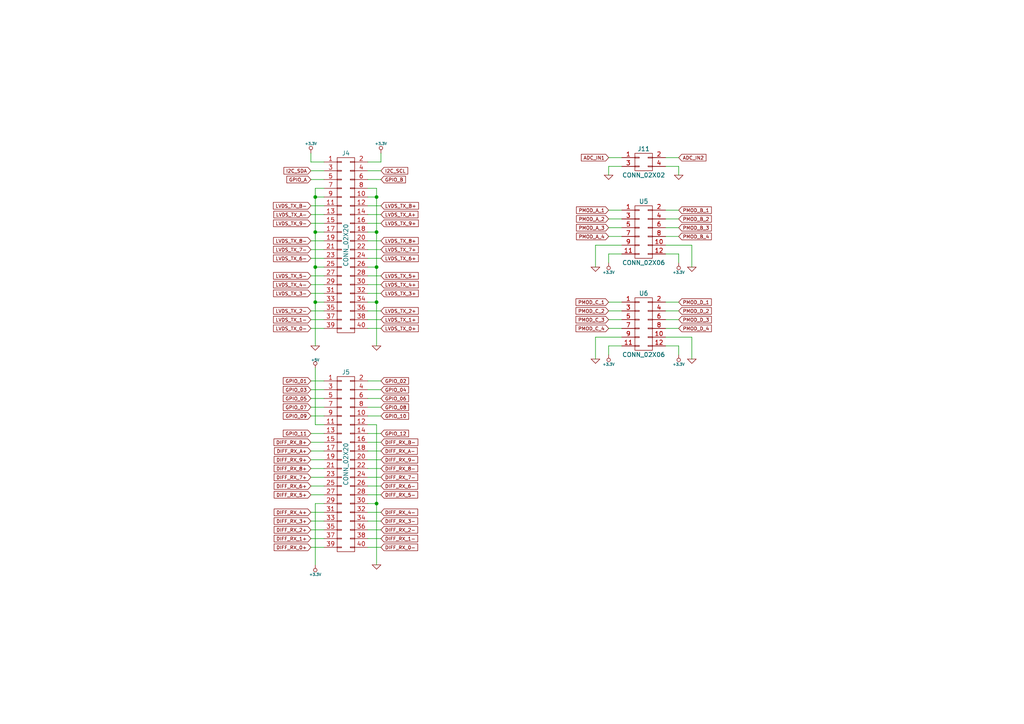
<source format=kicad_sch>
(kicad_sch (version 20230121) (generator eeschema)
  (paper "A4")
  (title_block (title "BeMicro Max 10") (date "30 Jan 2015"))
  (lib_symbols
    (symbol "max10_template-rescue:+3.3V" (power) (pin_names (offset 0))
      (property "Value" "+3.3V" (at 0 2.794 0))
      (symbol "+3.3V_0_0"
        (pin power_in line (at 0 0 90) (length 0) hide (name "+3.3V") (number "1"))
      )
      (symbol "+3.3V_0_1"
        (polyline (pts (xy 0 0) (xy 0 1.016) (xy 0 1.016)))
        (circle (center 0 1.524) (radius 0.508))
      )
    )
    (symbol "max10_template-rescue:+5V" (power) (pin_names (offset 1.016))
      (property "Value" "+5V" (at 0 2.286 0))
      (symbol "+5V_0_0"
        (pin power_in line (at 0 0 90) (length 0) hide (name "+5V") (number "1"))
      )
      (symbol "+5V_0_1"
        (polyline (pts (xy 0 0) (xy 0 0.762) (xy 0 0.762) (xy 0 0.762)))
        (circle (center 0 1.27) (radius 0.508))
      )
    )
    (symbol "max10_template-rescue:CONN_02X02" (pin_names (offset 0.0254) hide)
      (property "Reference" "P" (at 0 3.81 0))
      (property "Value" "CONN_02X02" (at 0 -3.81 0))
      (symbol "CONN_02X02_0_1"
        (rectangle (start -2.54 -1.143) (end -1.27 -1.397))
        (rectangle (start -2.54 1.397) (end -1.27 1.143))
        (rectangle (start -2.54 2.54) (end 2.54 -2.54))
        (rectangle (start 1.27 -1.143) (end 2.54 -1.397))
        (rectangle (start 1.27 1.397) (end 2.54 1.143))
      )
      (symbol "CONN_02X02_1_1"
        (pin passive line (at -6.35 1.27 0) (length 3.81) (name "P1") (number "1"))
        (pin passive line (at 6.35 1.27 180) (length 3.81) (name "P2") (number "2"))
        (pin passive line (at -6.35 -1.27 0) (length 3.81) (name "P3") (number "3"))
        (pin passive line (at 6.35 -1.27 180) (length 3.81) (name "P4") (number "4"))
      )
    )
    (symbol "max10_template-rescue:CONN_02X06" (pin_names (offset 0.0254) hide)
      (property "Reference" "P" (at 0 8.89 0))
      (property "Value" "CONN_02X06" (at 0 -8.89 0))
      (symbol "CONN_02X06_0_1"
        (rectangle (start -2.54 -6.223) (end -1.27 -6.477))
        (rectangle (start -2.54 -3.683) (end -1.27 -3.937))
        (rectangle (start -2.54 -1.143) (end -1.27 -1.397))
        (rectangle (start -2.54 1.397) (end -1.27 1.143))
        (rectangle (start -2.54 3.937) (end -1.27 3.683))
        (rectangle (start -2.54 6.477) (end -1.27 6.223))
        (rectangle (start -2.54 7.62) (end 2.54 -7.62))
        (rectangle (start 1.27 -6.223) (end 2.54 -6.477))
        (rectangle (start 1.27 -3.683) (end 2.54 -3.937))
        (rectangle (start 1.27 -1.143) (end 2.54 -1.397))
        (rectangle (start 1.27 1.397) (end 2.54 1.143))
        (rectangle (start 1.27 3.937) (end 2.54 3.683))
        (rectangle (start 1.27 6.477) (end 2.54 6.223))
      )
      (symbol "CONN_02X06_1_1"
        (pin passive line (at -6.35 6.35 0) (length 3.81) (name "P1") (number "1"))
        (pin passive line (at 6.35 -3.81 180) (length 3.81) (name "P10") (number "10"))
        (pin passive line (at -6.35 -6.35 0) (length 3.81) (name "P11") (number "11"))
        (pin passive line (at 6.35 -6.35 180) (length 3.81) (name "P12") (number "12"))
        (pin passive line (at 6.35 6.35 180) (length 3.81) (name "P2") (number "2"))
        (pin passive line (at -6.35 3.81 0) (length 3.81) (name "P3") (number "3"))
        (pin passive line (at 6.35 3.81 180) (length 3.81) (name "P4") (number "4"))
        (pin passive line (at -6.35 1.27 0) (length 3.81) (name "P5") (number "5"))
        (pin passive line (at 6.35 1.27 180) (length 3.81) (name "P6") (number "6"))
        (pin passive line (at -6.35 -1.27 0) (length 3.81) (name "P7") (number "7"))
        (pin passive line (at 6.35 -1.27 180) (length 3.81) (name "P8") (number "8"))
        (pin passive line (at -6.35 -3.81 0) (length 3.81) (name "P9") (number "9"))
      )
    )
    (symbol "max10_template-rescue:CONN_02X20" (pin_names (offset 0.0254) hide)
      (property "Reference" "P" (at 0 26.67 0))
      (property "Value" "CONN_02X20" (at 0 0 90))
      (symbol "CONN_02X20_0_1"
        (rectangle (start -2.54 -24.003) (end -1.27 -24.257))
        (rectangle (start -2.54 -21.463) (end -1.27 -21.717))
        (rectangle (start -2.54 -18.923) (end -1.27 -19.177))
        (rectangle (start -2.54 -16.383) (end -1.27 -16.637))
        (rectangle (start -2.54 -13.843) (end -1.27 -14.097))
        (rectangle (start -2.54 -11.303) (end -1.27 -11.557))
        (rectangle (start -2.54 -8.763) (end -1.27 -9.017))
        (rectangle (start -2.54 -6.223) (end -1.27 -6.477))
        (rectangle (start -2.54 -3.683) (end -1.27 -3.937))
        (rectangle (start -2.54 -1.143) (end -1.27 -1.397))
        (rectangle (start -2.54 1.397) (end -1.27 1.143))
        (rectangle (start -2.54 3.937) (end -1.27 3.683))
        (rectangle (start -2.54 6.477) (end -1.27 6.223))
        (rectangle (start -2.54 9.017) (end -1.27 8.763))
        (rectangle (start -2.54 11.557) (end -1.27 11.303))
        (rectangle (start -2.54 14.097) (end -1.27 13.843))
        (rectangle (start -2.54 16.637) (end -1.27 16.383))
        (rectangle (start -2.54 19.177) (end -1.27 18.923))
        (rectangle (start -2.54 21.717) (end -1.27 21.463))
        (rectangle (start -2.54 24.257) (end -1.27 24.003))
        (rectangle (start -2.54 25.4) (end 2.54 -25.4))
        (rectangle (start 1.27 -24.003) (end 2.54 -24.257))
        (rectangle (start 1.27 -21.463) (end 2.54 -21.717))
        (rectangle (start 1.27 -18.923) (end 2.54 -19.177))
        (rectangle (start 1.27 -16.383) (end 2.54 -16.637))
        (rectangle (start 1.27 -13.843) (end 2.54 -14.097))
        (rectangle (start 1.27 -11.303) (end 2.54 -11.557))
        (rectangle (start 1.27 -8.763) (end 2.54 -9.017))
        (rectangle (start 1.27 -6.223) (end 2.54 -6.477))
        (rectangle (start 1.27 -3.683) (end 2.54 -3.937))
        (rectangle (start 1.27 -1.143) (end 2.54 -1.397))
        (rectangle (start 1.27 1.397) (end 2.54 1.143))
        (rectangle (start 1.27 3.937) (end 2.54 3.683))
        (rectangle (start 1.27 6.477) (end 2.54 6.223))
        (rectangle (start 1.27 9.017) (end 2.54 8.763))
        (rectangle (start 1.27 11.557) (end 2.54 11.303))
        (rectangle (start 1.27 14.097) (end 2.54 13.843))
        (rectangle (start 1.27 16.637) (end 2.54 16.383))
        (rectangle (start 1.27 19.177) (end 2.54 18.923))
        (rectangle (start 1.27 21.717) (end 2.54 21.463))
        (rectangle (start 1.27 24.257) (end 2.54 24.003))
      )
      (symbol "CONN_02X20_1_1"
        (pin passive line (at -6.35 24.13 0) (length 3.81) (name "P1") (number "1"))
        (pin passive line (at 6.35 13.97 180) (length 3.81) (name "P10") (number "10"))
        (pin passive line (at -6.35 11.43 0) (length 3.81) (name "P11") (number "11"))
        (pin passive line (at 6.35 11.43 180) (length 3.81) (name "P12") (number "12"))
        (pin passive line (at -6.35 8.89 0) (length 3.81) (name "P13") (number "13"))
        (pin passive line (at 6.35 8.89 180) (length 3.81) (name "P14") (number "14"))
        (pin passive line (at -6.35 6.35 0) (length 3.81) (name "P15") (number "15"))
        (pin passive line (at 6.35 6.35 180) (length 3.81) (name "P16") (number "16"))
        (pin passive line (at -6.35 3.81 0) (length 3.81) (name "P17") (number "17"))
        (pin passive line (at 6.35 3.81 180) (length 3.81) (name "P18") (number "18"))
        (pin passive line (at -6.35 1.27 0) (length 3.81) (name "P19") (number "19"))
        (pin passive line (at 6.35 24.13 180) (length 3.81) (name "P2") (number "2"))
        (pin passive line (at 6.35 1.27 180) (length 3.81) (name "P20") (number "20"))
        (pin passive line (at -6.35 -1.27 0) (length 3.81) (name "P21") (number "21"))
        (pin passive line (at 6.35 -1.27 180) (length 3.81) (name "P22") (number "22"))
        (pin passive line (at -6.35 -3.81 0) (length 3.81) (name "P23") (number "23"))
        (pin passive line (at 6.35 -3.81 180) (length 3.81) (name "P24") (number "24"))
        (pin passive line (at -6.35 -6.35 0) (length 3.81) (name "P25") (number "25"))
        (pin passive line (at 6.35 -6.35 180) (length 3.81) (name "P26") (number "26"))
        (pin passive line (at -6.35 -8.89 0) (length 3.81) (name "P27") (number "27"))
        (pin passive line (at 6.35 -8.89 180) (length 3.81) (name "P28") (number "28"))
        (pin passive line (at -6.35 -11.43 0) (length 3.81) (name "P29") (number "29"))
        (pin passive line (at -6.35 21.59 0) (length 3.81) (name "P3") (number "3"))
        (pin passive line (at 6.35 -11.43 180) (length 3.81) (name "P30") (number "30"))
        (pin passive line (at -6.35 -13.97 0) (length 3.81) (name "P31") (number "31"))
        (pin passive line (at 6.35 -13.97 180) (length 3.81) (name "P32") (number "32"))
        (pin passive line (at -6.35 -16.51 0) (length 3.81) (name "P33") (number "33"))
        (pin passive line (at 6.35 -16.51 180) (length 3.81) (name "P34") (number "34"))
        (pin passive line (at -6.35 -19.05 0) (length 3.81) (name "P35") (number "35"))
        (pin passive line (at 6.35 -19.05 180) (length 3.81) (name "P36") (number "36"))
        (pin passive line (at -6.35 -21.59 0) (length 3.81) (name "P37") (number "37"))
        (pin passive line (at 6.35 -21.59 180) (length 3.81) (name "P38") (number "38"))
        (pin passive line (at -6.35 -24.13 0) (length 3.81) (name "P39") (number "39"))
        (pin passive line (at 6.35 21.59 180) (length 3.81) (name "P4") (number "4"))
        (pin passive line (at 6.35 -24.13 180) (length 3.81) (name "P40") (number "40"))
        (pin passive line (at -6.35 19.05 0) (length 3.81) (name "P5") (number "5"))
        (pin passive line (at 6.35 19.05 180) (length 3.81) (name "P6") (number "6"))
        (pin passive line (at -6.35 16.51 0) (length 3.81) (name "P7") (number "7"))
        (pin passive line (at 6.35 16.51 180) (length 3.81) (name "P8") (number "8"))
        (pin passive line (at -6.35 13.97 0) (length 3.81) (name "P9") (number "9"))
      )
    )
    (symbol "max10_template-rescue:GND" (power) (pin_names (offset 0))
      (symbol "GND_0_1"
        (polyline (pts (xy -1.27 0) (xy 0 -1.27) (xy 1.27 0) (xy -1.27 0)))
      )
      (symbol "GND_1_1"
        (pin power_in line (at 0 0 90) (length 0) hide (name "GND") (number "1"))
      )
    )
  )
  (junction (at 109.22 77.47))
  (junction (at 109.22 146.05))
  (junction (at 91.44 57.15))
  (junction (at 91.44 67.31))
  (junction (at 91.44 87.63))
  (junction (at 109.22 67.31))
  (junction (at 109.22 57.15))
  (junction (at 109.22 87.63))
  (junction (at 91.44 77.47))
  (wire (pts (xy 93.98 120.65) (xy 90.17 120.65)))
  (wire (pts (xy 109.22 67.31) (xy 109.22 77.47)))
  (wire (pts (xy 106.68 115.57) (xy 110.49 115.57)))
  (wire (pts (xy 106.68 110.49) (xy 110.49 110.49)))
  (wire (pts (xy 90.17 135.89) (xy 93.98 135.89)))
  (wire (pts (xy 110.49 46.99) (xy 110.49 44.45)))
  (wire (pts (xy 91.44 57.15) (xy 91.44 67.31)))
  (wire (pts (xy 176.53 90.17) (xy 180.34 90.17)))
  (wire (pts (xy 106.68 87.63) (xy 109.22 87.63)))
  (wire (pts (xy 109.22 77.47) (xy 109.22 87.63)))
  (wire (pts (xy 172.72 97.79) (xy 172.72 104.14)))
  (wire (pts (xy 90.17 153.67) (xy 93.98 153.67)))
  (wire (pts (xy 176.53 45.72) (xy 180.34 45.72)))
  (wire (pts (xy 106.68 52.07) (xy 110.49 52.07)))
  (wire (pts (xy 180.34 92.71) (xy 176.53 92.71)))
  (wire (pts (xy 93.98 46.99) (xy 90.17 46.99)))
  (wire (pts (xy 90.17 49.53) (xy 93.98 49.53)))
  (wire (pts (xy 90.17 95.25) (xy 93.98 95.25)))
  (wire (pts (xy 106.68 49.53) (xy 110.49 49.53)))
  (wire (pts (xy 90.17 128.27) (xy 93.98 128.27)))
  (wire (pts (xy 110.49 148.59) (xy 106.68 148.59)))
  (wire (pts (xy 176.53 73.66) (xy 180.34 73.66)))
  (wire (pts (xy 90.17 133.35) (xy 93.98 133.35)))
  (wire (pts (xy 110.49 128.27) (xy 106.68 128.27)))
  (wire (pts (xy 110.49 120.65) (xy 106.68 120.65)))
  (wire (pts (xy 196.85 95.25) (xy 193.04 95.25)))
  (wire (pts (xy 90.17 52.07) (xy 93.98 52.07)))
  (wire (pts (xy 180.34 60.96) (xy 176.53 60.96)))
  (wire (pts (xy 90.17 125.73) (xy 93.98 125.73)))
  (wire (pts (xy 172.72 71.12) (xy 172.72 77.47)))
  (wire (pts (xy 193.04 92.71) (xy 196.85 92.71)))
  (wire (pts (xy 176.53 76.2) (xy 176.53 73.66)))
  (wire (pts (xy 93.98 54.61) (xy 91.44 54.61)))
  (wire (pts (xy 110.49 69.85) (xy 106.68 69.85)))
  (wire (pts (xy 91.44 87.63) (xy 91.44 100.33)))
  (wire (pts (xy 106.68 77.47) (xy 109.22 77.47)))
  (wire (pts (xy 93.98 57.15) (xy 91.44 57.15)))
  (wire (pts (xy 90.17 85.09) (xy 93.98 85.09)))
  (wire (pts (xy 106.68 140.97) (xy 110.49 140.97)))
  (wire (pts (xy 193.04 100.33) (xy 196.85 100.33)))
  (wire (pts (xy 90.17 69.85) (xy 93.98 69.85)))
  (wire (pts (xy 110.49 135.89) (xy 106.68 135.89)))
  (wire (pts (xy 193.04 45.72) (xy 196.85 45.72)))
  (wire (pts (xy 91.44 123.19) (xy 91.44 106.68)))
  (wire (pts (xy 196.85 73.66) (xy 196.85 76.2)))
  (wire (pts (xy 110.49 158.75) (xy 106.68 158.75)))
  (wire (pts (xy 91.44 54.61) (xy 91.44 57.15)))
  (wire (pts (xy 180.34 66.04) (xy 176.53 66.04)))
  (wire (pts (xy 90.17 151.13) (xy 93.98 151.13)))
  (wire (pts (xy 180.34 71.12) (xy 172.72 71.12)))
  (wire (pts (xy 93.98 118.11) (xy 90.17 118.11)))
  (wire (pts (xy 106.68 130.81) (xy 110.49 130.81)))
  (wire (pts (xy 193.04 60.96) (xy 196.85 60.96)))
  (wire (pts (xy 193.04 87.63) (xy 196.85 87.63)))
  (wire (pts (xy 106.68 123.19) (xy 109.22 123.19)))
  (wire (pts (xy 90.17 115.57) (xy 93.98 115.57)))
  (wire (pts (xy 93.98 67.31) (xy 91.44 67.31)))
  (wire (pts (xy 109.22 54.61) (xy 109.22 57.15)))
  (wire (pts (xy 106.68 54.61) (xy 109.22 54.61)))
  (wire (pts (xy 90.17 62.23) (xy 93.98 62.23)))
  (wire (pts (xy 110.49 153.67) (xy 106.68 153.67)))
  (wire (pts (xy 90.17 113.03) (xy 93.98 113.03)))
  (wire (pts (xy 110.49 138.43) (xy 106.68 138.43)))
  (wire (pts (xy 93.98 87.63) (xy 91.44 87.63)))
  (wire (pts (xy 110.49 74.93) (xy 106.68 74.93)))
  (wire (pts (xy 106.68 113.03) (xy 110.49 113.03)))
  (wire (pts (xy 90.17 59.69) (xy 93.98 59.69)))
  (wire (pts (xy 90.17 158.75) (xy 93.98 158.75)))
  (wire (pts (xy 176.53 102.87) (xy 176.53 100.33)))
  (wire (pts (xy 91.44 77.47) (xy 91.44 87.63)))
  (wire (pts (xy 106.68 67.31) (xy 109.22 67.31)))
  (wire (pts (xy 90.17 90.17) (xy 93.98 90.17)))
  (wire (pts (xy 90.17 82.55) (xy 93.98 82.55)))
  (wire (pts (xy 110.49 90.17) (xy 106.68 90.17)))
  (wire (pts (xy 93.98 130.81) (xy 90.17 130.81)))
  (wire (pts (xy 176.53 68.58) (xy 180.34 68.58)))
  (wire (pts (xy 193.04 73.66) (xy 196.85 73.66)))
  (wire (pts (xy 106.68 118.11) (xy 110.49 118.11)))
  (wire (pts (xy 93.98 77.47) (xy 91.44 77.47)))
  (wire (pts (xy 106.68 46.99) (xy 110.49 46.99)))
  (wire (pts (xy 109.22 57.15) (xy 106.68 57.15)))
  (wire (pts (xy 109.22 87.63) (xy 109.22 100.33)))
  (wire (pts (xy 196.85 100.33) (xy 196.85 102.87)))
  (wire (pts (xy 196.85 48.26) (xy 196.85 50.8)))
  (wire (pts (xy 91.44 146.05) (xy 91.44 163.83)))
  (wire (pts (xy 180.34 97.79) (xy 172.72 97.79)))
  (wire (pts (xy 110.49 82.55) (xy 106.68 82.55)))
  (wire (pts (xy 90.17 156.21) (xy 93.98 156.21)))
  (wire (pts (xy 90.17 138.43) (xy 93.98 138.43)))
  (wire (pts (xy 110.49 80.01) (xy 106.68 80.01)))
  (wire (pts (xy 106.68 151.13) (xy 110.49 151.13)))
  (wire (pts (xy 90.17 80.01) (xy 93.98 80.01)))
  (wire (pts (xy 91.44 67.31) (xy 91.44 77.47)))
  (wire (pts (xy 106.68 146.05) (xy 109.22 146.05)))
  (wire (pts (xy 110.49 143.51) (xy 106.68 143.51)))
  (wire (pts (xy 196.85 48.26) (xy 193.04 48.26)))
  (wire (pts (xy 109.22 123.19) (xy 109.22 146.05)))
  (wire (pts (xy 90.17 64.77) (xy 93.98 64.77)))
  (wire (pts (xy 110.49 92.71) (xy 106.68 92.71)))
  (wire (pts (xy 93.98 140.97) (xy 90.17 140.97)))
  (wire (pts (xy 109.22 57.15) (xy 109.22 67.31)))
  (wire (pts (xy 196.85 90.17) (xy 193.04 90.17)))
  (wire (pts (xy 106.68 59.69) (xy 110.49 59.69)))
  (wire (pts (xy 93.98 146.05) (xy 91.44 146.05)))
  (wire (pts (xy 176.53 100.33) (xy 180.34 100.33)))
  (wire (pts (xy 90.17 148.59) (xy 93.98 148.59)))
  (wire (pts (xy 110.49 125.73) (xy 106.68 125.73)))
  (wire (pts (xy 110.49 85.09) (xy 106.68 85.09)))
  (wire (pts (xy 109.22 146.05) (xy 109.22 163.83)))
  (wire (pts (xy 180.34 48.26) (xy 176.53 48.26)))
  (wire (pts (xy 193.04 66.04) (xy 196.85 66.04)))
  (wire (pts (xy 110.49 64.77) (xy 106.68 64.77)))
  (wire (pts (xy 193.04 71.12) (xy 200.66 71.12)))
  (wire (pts (xy 193.04 97.79) (xy 200.66 97.79)))
  (wire (pts (xy 200.66 71.12) (xy 200.66 77.47)))
  (wire (pts (xy 196.85 63.5) (xy 193.04 63.5)))
  (wire (pts (xy 90.17 143.51) (xy 93.98 143.51)))
  (wire (pts (xy 110.49 72.39) (xy 106.68 72.39)))
  (wire (pts (xy 110.49 62.23) (xy 106.68 62.23)))
  (wire (pts (xy 90.17 74.93) (xy 93.98 74.93)))
  (wire (pts (xy 90.17 46.99) (xy 90.17 44.45)))
  (wire (pts (xy 93.98 123.19) (xy 91.44 123.19)))
  (wire (pts (xy 93.98 110.49) (xy 90.17 110.49)))
  (wire (pts (xy 200.66 97.79) (xy 200.66 104.14)))
  (wire (pts (xy 90.17 72.39) (xy 93.98 72.39)))
  (wire (pts (xy 106.68 133.35) (xy 110.49 133.35)))
  (wire (pts (xy 176.53 63.5) (xy 180.34 63.5)))
  (wire (pts (xy 180.34 87.63) (xy 176.53 87.63)))
  (wire (pts (xy 90.17 92.71) (xy 93.98 92.71)))
  (wire (pts (xy 110.49 95.25) (xy 106.68 95.25)))
  (wire (pts (xy 110.49 156.21) (xy 106.68 156.21)))
  (wire (pts (xy 196.85 68.58) (xy 193.04 68.58)))
  (wire (pts (xy 176.53 95.25) (xy 180.34 95.25)))
  (wire (pts (xy 176.53 48.26) (xy 176.53 50.8)))
  (global_label "DIFF_RX_5-" (shape input) (at 110.49 143.51 0) (effects (font (size 0.9906 0.9906))) (property "Intersheetrefs" "${INTERSHEET_REFS}" (effects hide)))
  (global_label "LVDS_TX_0-" (shape input) (at 90.17 95.25 180) (effects (font (size 0.9906 0.9906))) (property "Intersheetrefs" "${INTERSHEET_REFS}" (effects hide)))
  (global_label "GPIO_09" (shape input) (at 90.17 120.65 180) (effects (font (size 0.9906 0.9906))) (property "Intersheetrefs" "${INTERSHEET_REFS}" (effects hide)))
  (global_label "DIFF_RX_5+" (shape input) (at 90.17 143.51 180) (effects (font (size 0.9906 0.9906))) (property "Intersheetrefs" "${INTERSHEET_REFS}" (effects hide)))
  (global_label "PMOD_D_3" (shape input) (at 196.85 92.71 0) (effects (font (size 0.9906 0.9906))) (property "Intersheetrefs" "${INTERSHEET_REFS}" (effects hide)))
  (global_label "GPIO_12" (shape input) (at 110.49 125.73 0) (effects (font (size 0.9906 0.9906))) (property "Intersheetrefs" "${INTERSHEET_REFS}" (effects hide)))
  (global_label "PMOD_C_2" (shape input) (at 176.53 90.17 180) (effects (font (size 0.9906 0.9906))) (property "Intersheetrefs" "${INTERSHEET_REFS}" (effects hide)))
  (global_label "LVDS_TX_7-" (shape input) (at 90.17 72.39 180) (effects (font (size 0.9906 0.9906))) (property "Intersheetrefs" "${INTERSHEET_REFS}" (effects hide)))
  (global_label "LVDS_TX_B+" (shape input) (at 110.49 59.69 0) (effects (font (size 0.9906 0.9906))) (property "Intersheetrefs" "${INTERSHEET_REFS}" (effects hide)))
  (global_label "DIFF_RX_1+" (shape input) (at 90.17 156.21 180) (effects (font (size 0.9906 0.9906))) (property "Intersheetrefs" "${INTERSHEET_REFS}" (effects hide)))
  (global_label "LVDS_TX_4-" (shape input) (at 90.17 82.55 180) (effects (font (size 0.9906 0.9906))) (property "Intersheetrefs" "${INTERSHEET_REFS}" (effects hide)))
  (global_label "DIFF_RX_0-" (shape input) (at 110.49 158.75 0) (effects (font (size 0.9906 0.9906))) (property "Intersheetrefs" "${INTERSHEET_REFS}" (effects hide)))
  (global_label "DIFF_RX_6+" (shape input) (at 90.17 140.97 180) (effects (font (size 0.9906 0.9906))) (property "Intersheetrefs" "${INTERSHEET_REFS}" (effects hide)))
  (global_label "GPIO_06" (shape input) (at 110.49 115.57 0) (effects (font (size 0.9906 0.9906))) (property "Intersheetrefs" "${INTERSHEET_REFS}" (effects hide)))
  (global_label "LVDS_TX_B-" (shape input) (at 90.17 59.69 180) (effects (font (size 0.9906 0.9906))) (property "Intersheetrefs" "${INTERSHEET_REFS}" (effects hide)))
  (global_label "DIFF_RX_2+" (shape input) (at 90.17 153.67 180) (effects (font (size 0.9906 0.9906))) (property "Intersheetrefs" "${INTERSHEET_REFS}" (effects hide)))
  (global_label "PMOD_C_3" (shape input) (at 176.53 92.71 180) (effects (font (size 0.9906 0.9906))) (property "Intersheetrefs" "${INTERSHEET_REFS}" (effects hide)))
  (global_label "DIFF_RX_3-" (shape input) (at 110.49 151.13 0) (effects (font (size 0.9906 0.9906))) (property "Intersheetrefs" "${INTERSHEET_REFS}" (effects hide)))
  (global_label "LVDS_TX_9-" (shape input) (at 90.17 64.77 180) (effects (font (size 0.9906 0.9906))) (property "Intersheetrefs" "${INTERSHEET_REFS}" (effects hide)))
  (global_label "GPIO_11" (shape input) (at 90.17 125.73 180) (effects (font (size 0.9906 0.9906))) (property "Intersheetrefs" "${INTERSHEET_REFS}" (effects hide)))
  (global_label "LVDS_TX_2+" (shape input) (at 110.49 90.17 0) (effects (font (size 0.9906 0.9906))) (property "Intersheetrefs" "${INTERSHEET_REFS}" (effects hide)))
  (global_label "GPIO_07" (shape input) (at 90.17 118.11 180) (effects (font (size 0.9906 0.9906))) (property "Intersheetrefs" "${INTERSHEET_REFS}" (effects hide)))
  (global_label "PMOD_B_4" (shape input) (at 196.85 68.58 0) (effects (font (size 0.9906 0.9906))) (property "Intersheetrefs" "${INTERSHEET_REFS}" (effects hide)))
  (global_label "GPIO_02" (shape input) (at 110.49 110.49 0) (effects (font (size 0.9906 0.9906))) (property "Intersheetrefs" "${INTERSHEET_REFS}" (effects hide)))
  (global_label "LVDS_TX_8-" (shape input) (at 90.17 69.85 180) (effects (font (size 0.9906 0.9906))) (property "Intersheetrefs" "${INTERSHEET_REFS}" (effects hide)))
  (global_label "GPIO_01" (shape input) (at 90.17 110.49 180) (effects (font (size 0.9906 0.9906))) (property "Intersheetrefs" "${INTERSHEET_REFS}" (effects hide)))
  (global_label "GPIO_10" (shape input) (at 110.49 120.65 0) (effects (font (size 0.9906 0.9906))) (property "Intersheetrefs" "${INTERSHEET_REFS}" (effects hide)))
  (global_label "LVDS_TX_A+" (shape input) (at 110.49 62.23 0) (effects (font (size 0.9906 0.9906))) (property "Intersheetrefs" "${INTERSHEET_REFS}" (effects hide)))
  (global_label "GPIO_03" (shape input) (at 90.17 113.03 180) (effects (font (size 0.9906 0.9906))) (property "Intersheetrefs" "${INTERSHEET_REFS}" (effects hide)))
  (global_label "LVDS_TX_6+" (shape input) (at 110.49 74.93 0) (effects (font (size 0.9906 0.9906))) (property "Intersheetrefs" "${INTERSHEET_REFS}" (effects hide)))
  (global_label "LVDS_TX_2-" (shape input) (at 90.17 90.17 180) (effects (font (size 0.9906 0.9906))) (property "Intersheetrefs" "${INTERSHEET_REFS}" (effects hide)))
  (global_label "GPIO_05" (shape input) (at 90.17 115.57 180) (effects (font (size 0.9906 0.9906))) (property "Intersheetrefs" "${INTERSHEET_REFS}" (effects hide)))
  (global_label "DIFF_RX_9+" (shape input) (at 90.17 133.35 180) (effects (font (size 0.9906 0.9906))) (property "Intersheetrefs" "${INTERSHEET_REFS}" (effects hide)))
  (global_label "PMOD_A_1" (shape input) (at 176.53 60.96 180) (effects (font (size 0.9906 0.9906))) (property "Intersheetrefs" "${INTERSHEET_REFS}" (effects hide)))
  (global_label "DIFF_RX_8+" (shape input) (at 90.17 135.89 180) (effects (font (size 0.9906 0.9906))) (property "Intersheetrefs" "${INTERSHEET_REFS}" (effects hide)))
  (global_label "DIFF_RX_4+" (shape input) (at 90.17 148.59 180) (effects (font (size 0.9906 0.9906))) (property "Intersheetrefs" "${INTERSHEET_REFS}" (effects hide)))
  (global_label "PMOD_C_1" (shape input) (at 176.53 87.63 180) (effects (font (size 0.9906 0.9906))) (property "Intersheetrefs" "${INTERSHEET_REFS}" (effects hide)))
  (global_label "LVDS_TX_1+" (shape input) (at 110.49 92.71 0) (effects (font (size 0.9906 0.9906))) (property "Intersheetrefs" "${INTERSHEET_REFS}" (effects hide)))
  (global_label "ADC_IN2" (shape input) (at 196.85 45.72 0) (effects (font (size 0.9906 0.9906))) (property "Intersheetrefs" "${INTERSHEET_REFS}" (effects hide)))
  (global_label "DIFF_RX_B-" (shape input) (at 110.49 128.27 0) (effects (font (size 0.9906 0.9906))) (property "Intersheetrefs" "${INTERSHEET_REFS}" (effects hide)))
  (global_label "LVDS_TX_A-" (shape input) (at 90.17 62.23 180) (effects (font (size 0.9906 0.9906))) (property "Intersheetrefs" "${INTERSHEET_REFS}" (effects hide)))
  (global_label "LVDS_TX_9+" (shape input) (at 110.49 64.77 0) (effects (font (size 0.9906 0.9906))) (property "Intersheetrefs" "${INTERSHEET_REFS}" (effects hide)))
  (global_label "GPIO_08" (shape input) (at 110.49 118.11 0) (effects (font (size 0.9906 0.9906))) (property "Intersheetrefs" "${INTERSHEET_REFS}" (effects hide)))
  (global_label "LVDS_TX_5-" (shape input) (at 90.17 80.01 180) (effects (font (size 0.9906 0.9906))) (property "Intersheetrefs" "${INTERSHEET_REFS}" (effects hide)))
  (global_label "PMOD_A_4" (shape input) (at 176.53 68.58 180) (effects (font (size 0.9906 0.9906))) (property "Intersheetrefs" "${INTERSHEET_REFS}" (effects hide)))
  (global_label "PMOD_B_2" (shape input) (at 196.85 63.5 0) (effects (font (size 0.9906 0.9906))) (property "Intersheetrefs" "${INTERSHEET_REFS}" (effects hide)))
  (global_label "LVDS_TX_0+" (shape input) (at 110.49 95.25 0) (effects (font (size 0.9906 0.9906))) (property "Intersheetrefs" "${INTERSHEET_REFS}" (effects hide)))
  (global_label "GPIO_A" (shape input) (at 90.17 52.07 180) (effects (font (size 0.9906 0.9906))) (property "Intersheetrefs" "${INTERSHEET_REFS}" (effects hide)))
  (global_label "PMOD_B_1" (shape input) (at 196.85 60.96 0) (effects (font (size 0.9906 0.9906))) (property "Intersheetrefs" "${INTERSHEET_REFS}" (effects hide)))
  (global_label "DIFF_RX_0+" (shape input) (at 90.17 158.75 180) (effects (font (size 0.9906 0.9906))) (property "Intersheetrefs" "${INTERSHEET_REFS}" (effects hide)))
  (global_label "DIFF_RX_2-" (shape input) (at 110.49 153.67 0) (effects (font (size 0.9906 0.9906))) (property "Intersheetrefs" "${INTERSHEET_REFS}" (effects hide)))
  (global_label "PMOD_D_1" (shape input) (at 196.85 87.63 0) (effects (font (size 0.9906 0.9906))) (property "Intersheetrefs" "${INTERSHEET_REFS}" (effects hide)))
  (global_label "LVDS_TX_5+" (shape input) (at 110.49 80.01 0) (effects (font (size 0.9906 0.9906))) (property "Intersheetrefs" "${INTERSHEET_REFS}" (effects hide)))
  (global_label "I2C_SDA" (shape input) (at 90.17 49.53 180) (effects (font (size 0.9906 0.9906))) (property "Intersheetrefs" "${INTERSHEET_REFS}" (effects hide)))
  (global_label "DIFF_RX_7-" (shape input) (at 110.49 138.43 0) (effects (font (size 0.9906 0.9906))) (property "Intersheetrefs" "${INTERSHEET_REFS}" (effects hide)))
  (global_label "GPIO_04" (shape input) (at 110.49 113.03 0) (effects (font (size 0.9906 0.9906))) (property "Intersheetrefs" "${INTERSHEET_REFS}" (effects hide)))
  (global_label "I2C_SCL" (shape input) (at 110.49 49.53 0) (effects (font (size 0.9906 0.9906))) (property "Intersheetrefs" "${INTERSHEET_REFS}" (effects hide)))
  (global_label "ADC_IN1" (shape input) (at 176.53 45.72 180) (effects (font (size 0.9906 0.9906))) (property "Intersheetrefs" "${INTERSHEET_REFS}" (effects hide)))
  (global_label "DIFF_RX_4-" (shape input) (at 110.49 148.59 0) (effects (font (size 0.9906 0.9906))) (property "Intersheetrefs" "${INTERSHEET_REFS}" (effects hide)))
  (global_label "DIFF_RX_A-" (shape input) (at 110.49 130.81 0) (effects (font (size 0.9906 0.9906))) (property "Intersheetrefs" "${INTERSHEET_REFS}" (effects hide)))
  (global_label "PMOD_D_2" (shape input) (at 196.85 90.17 0) (effects (font (size 0.9906 0.9906))) (property "Intersheetrefs" "${INTERSHEET_REFS}" (effects hide)))
  (global_label "DIFF_RX_1-" (shape input) (at 110.49 156.21 0) (effects (font (size 0.9906 0.9906))) (property "Intersheetrefs" "${INTERSHEET_REFS}" (effects hide)))
  (global_label "LVDS_TX_6-" (shape input) (at 90.17 74.93 180) (effects (font (size 0.9906 0.9906))) (property "Intersheetrefs" "${INTERSHEET_REFS}" (effects hide)))
  (global_label "DIFF_RX_7+" (shape input) (at 90.17 138.43 180) (effects (font (size 0.9906 0.9906))) (property "Intersheetrefs" "${INTERSHEET_REFS}" (effects hide)))
  (global_label "DIFF_RX_3+" (shape input) (at 90.17 151.13 180) (effects (font (size 0.9906 0.9906))) (property "Intersheetrefs" "${INTERSHEET_REFS}" (effects hide)))
  (global_label "PMOD_B_3" (shape input) (at 196.85 66.04 0) (effects (font (size 0.9906 0.9906))) (property "Intersheetrefs" "${INTERSHEET_REFS}" (effects hide)))
  (global_label "LVDS_TX_7+" (shape input) (at 110.49 72.39 0) (effects (font (size 0.9906 0.9906))) (property "Intersheetrefs" "${INTERSHEET_REFS}" (effects hide)))
  (global_label "PMOD_C_4" (shape input) (at 176.53 95.25 180) (effects (font (size 0.9906 0.9906))) (property "Intersheetrefs" "${INTERSHEET_REFS}" (effects hide)))
  (global_label "DIFF_RX_A+" (shape input) (at 90.17 130.81 180) (effects (font (size 0.9906 0.9906))) (property "Intersheetrefs" "${INTERSHEET_REFS}" (effects hide)))
  (global_label "DIFF_RX_B+" (shape input) (at 90.17 128.27 180) (effects (font (size 0.9906 0.9906))) (property "Intersheetrefs" "${INTERSHEET_REFS}" (effects hide)))
  (global_label "DIFF_RX_8-" (shape input) (at 110.49 135.89 0) (effects (font (size 0.9906 0.9906))) (property "Intersheetrefs" "${INTERSHEET_REFS}" (effects hide)))
  (global_label "PMOD_D_4" (shape input) (at 196.85 95.25 0) (effects (font (size 0.9906 0.9906))) (property "Intersheetrefs" "${INTERSHEET_REFS}" (effects hide)))
  (global_label "LVDS_TX_1-" (shape input) (at 90.17 92.71 180) (effects (font (size 0.9906 0.9906))) (property "Intersheetrefs" "${INTERSHEET_REFS}" (effects hide)))
  (global_label "PMOD_A_2" (shape input) (at 176.53 63.5 180) (effects (font (size 0.9906 0.9906))) (property "Intersheetrefs" "${INTERSHEET_REFS}" (effects hide)))
  (global_label "DIFF_RX_6-" (shape input) (at 110.49 140.97 0) (effects (font (size 0.9906 0.9906))) (property "Intersheetrefs" "${INTERSHEET_REFS}" (effects hide)))
  (global_label "PMOD_A_3" (shape input) (at 176.53 66.04 180) (effects (font (size 0.9906 0.9906))) (property "Intersheetrefs" "${INTERSHEET_REFS}" (effects hide)))
  (global_label "LVDS_TX_8+" (shape input) (at 110.49 69.85 0) (effects (font (size 0.9906 0.9906))) (property "Intersheetrefs" "${INTERSHEET_REFS}" (effects hide)))
  (global_label "GPIO_B" (shape input) (at 110.49 52.07 0) (effects (font (size 0.9906 0.9906))) (property "Intersheetrefs" "${INTERSHEET_REFS}" (effects hide)))
  (global_label "LVDS_TX_3-" (shape input) (at 90.17 85.09 180) (effects (font (size 0.9906 0.9906))) (property "Intersheetrefs" "${INTERSHEET_REFS}" (effects hide)))
  (global_label "DIFF_RX_9-" (shape input) (at 110.49 133.35 0) (effects (font (size 0.9906 0.9906))) (property "Intersheetrefs" "${INTERSHEET_REFS}" (effects hide)))
  (global_label "LVDS_TX_4+" (shape input) (at 110.49 82.55 0) (effects (font (size 0.9906 0.9906))) (property "Intersheetrefs" "${INTERSHEET_REFS}" (effects hide)))
  (global_label "LVDS_TX_3+" (shape input) (at 110.49 85.09 0) (effects (font (size 0.9906 0.9906))) (property "Intersheetrefs" "${INTERSHEET_REFS}" (effects hide)))
  (symbol (lib_id "max10_template-rescue:CONN_02X06") (at 186.69 67.31 0) (unit 1)
    (property "Reference" "U5" (at 186.69 58.42 0))
    (property "Value" "CONN_02X06" (at 186.69 76.2 0))
    (property "Footprint" "Pin_Headers:Pin_Header_Straight_2x06" (effects hide))
  )
  (symbol (lib_id "max10_template-rescue:CONN_02X02") (at 186.69 46.99 0) (unit 1)
    (property "Reference" "J11" (at 186.69 43.18 0))
    (property "Value" "CONN_02X02" (at 186.69 50.8 0))
    (property "Footprint" "Pin_Headers:Pin_Header_Straight_2x02" (effects hide))
  )
  (symbol (lib_id "max10_template-rescue:GND") (at 196.85 50.8 0) (unit 1)
    (property "Reference" "#GND01" (effects hide))
    (property "Value" "GND" (effects hide))
  )
  (symbol (lib_id "max10_template-rescue:GND") (at 176.53 50.8 0) (unit 1)
    (property "Reference" "#GND02" (effects hide))
    (property "Value" "GND" (effects hide))
  )
  (symbol (lib_id "max10_template-rescue:+3.3V") (at 196.85 76.2 180) (unit 1)
    (property "Reference" "#3V03" (effects hide))
    (property "Value" "+3.3V" (at 196.85 78.994 0) (effects (font (size 0.762 0.762))))
  )
  (symbol (lib_id "max10_template-rescue:GND") (at 200.66 77.47 0) (unit 1)
    (property "Reference" "#GND04" (effects hide))
    (property "Value" "GND" (effects hide))
  )
  (symbol (lib_id "max10_template-rescue:+3.3V") (at 176.53 76.2 180) (unit 1)
    (property "Reference" "#3V05" (effects hide))
    (property "Value" "+3.3V" (at 176.53 78.994 0) (effects (font (size 0.762 0.762))))
  )
  (symbol (lib_id "max10_template-rescue:GND") (at 172.72 77.47 0) (unit 1)
    (property "Reference" "#GND06" (effects hide))
    (property "Value" "GND" (effects hide))
  )
  (symbol (lib_id "max10_template-rescue:CONN_02X06") (at 186.69 93.98 0) (unit 1)
    (property "Reference" "U6" (at 186.69 85.09 0))
    (property "Value" "CONN_02X06" (at 186.69 102.87 0))
    (property "Footprint" "Pin_Headers:Pin_Header_Straight_2x06" (effects hide))
  )
  (symbol (lib_id "max10_template-rescue:+3.3V") (at 196.85 102.87 180) (unit 1)
    (property "Reference" "#3V07" (effects hide))
    (property "Value" "+3.3V" (at 196.85 105.664 0) (effects (font (size 0.762 0.762))))
  )
  (symbol (lib_id "max10_template-rescue:GND") (at 200.66 104.14 0) (unit 1)
    (property "Reference" "#GND08" (effects hide))
    (property "Value" "GND" (effects hide))
  )
  (symbol (lib_id "max10_template-rescue:+3.3V") (at 176.53 102.87 180) (unit 1)
    (property "Reference" "#3V09" (effects hide))
    (property "Value" "+3.3V" (at 176.53 105.664 0) (effects (font (size 0.762 0.762))))
  )
  (symbol (lib_id "max10_template-rescue:GND") (at 172.72 104.14 0) (unit 1)
    (property "Reference" "#GND010" (effects hide))
    (property "Value" "GND" (effects hide))
  )
  (symbol (lib_id "max10_template-rescue:+3.3V") (at 110.49 44.45 0) (unit 1)
    (property "Reference" "#3V011" (effects hide))
    (property "Value" "+3.3V" (at 110.49 41.656 0) (effects (font (size 0.762 0.762))))
  )
  (symbol (lib_id "max10_template-rescue:+3.3V") (at 90.17 44.45 0) (unit 1)
    (property "Reference" "#3V012" (effects hide))
    (property "Value" "+3.3V" (at 90.17 41.656 0) (effects (font (size 0.762 0.762))))
  )
  (symbol (lib_id "max10_template-rescue:CONN_02X20") (at 100.33 71.12 0) (unit 1)
    (property "Reference" "J4" (at 100.33 44.45 0))
    (property "Value" "CONN_02X20" (at 100.33 71.12 90))
    (property "Footprint" "Pin_Headers:Pin_Header_Straight_2x20" (effects hide))
  )
  (symbol (lib_id "max10_template-rescue:GND") (at 109.22 100.33 0) (unit 1)
    (property "Reference" "#GND013" (effects hide))
    (property "Value" "GND" (effects hide))
  )
  (symbol (lib_id "max10_template-rescue:GND") (at 91.44 100.33 0) (unit 1)
    (property "Reference" "#GND014" (effects hide))
    (property "Value" "GND" (effects hide))
  )
  (symbol (lib_id "max10_template-rescue:CONN_02X20") (at 100.33 134.62 0) (unit 1)
    (property "Reference" "J5" (at 100.33 107.95 0))
    (property "Value" "CONN_02X20" (at 100.33 134.62 90))
    (property "Footprint" "Pin_Headers:Pin_Header_Straight_2x20" (effects hide))
  )
  (symbol (lib_id "max10_template-rescue:GND") (at 109.22 163.83 0) (unit 1)
    (property "Reference" "#GND015" (effects hide))
    (property "Value" "GND" (effects hide))
  )
  (symbol (lib_id "max10_template-rescue:+5V") (at 91.44 106.68 0) (unit 1)
    (property "Reference" "#5V016" (effects hide))
    (property "Value" "+5V" (at 91.44 104.394 0) (effects (font (size 0.762 0.762))))
  )
  (symbol (lib_id "max10_template-rescue:+3.3V") (at 91.44 163.83 180) (unit 1)
    (property "Reference" "#3V017" (effects hide))
    (property "Value" "+3.3V" (at 91.44 166.624 0) (effects (font (size 0.762 0.762))))
  )
)
</source>
